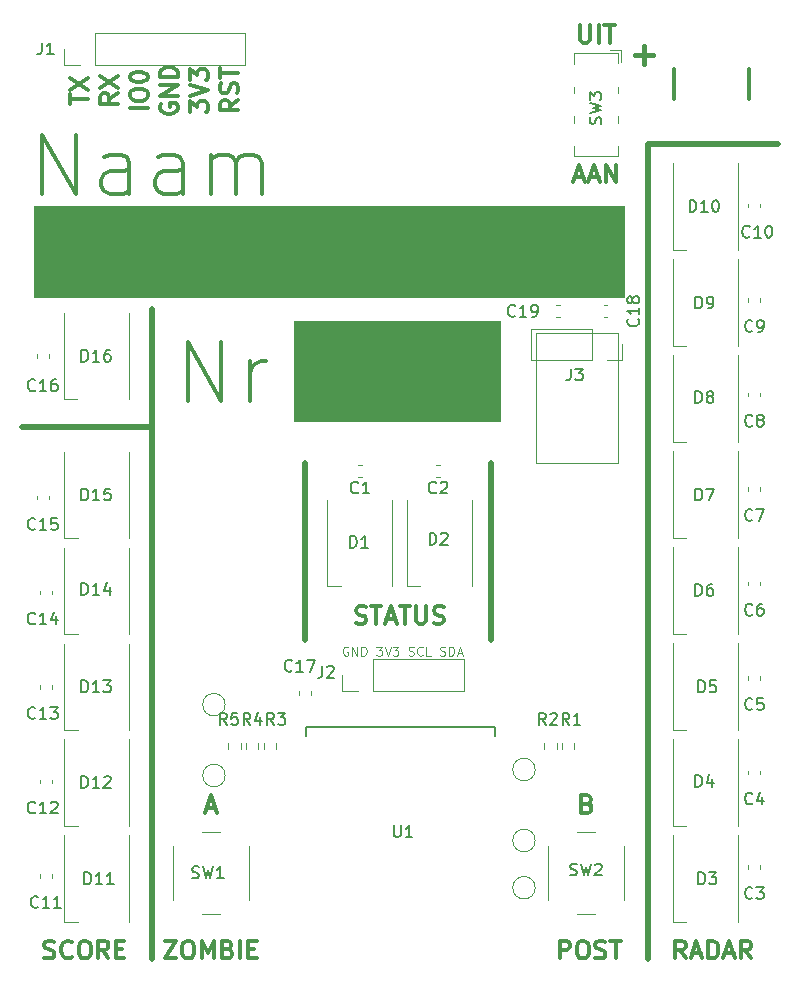
<source format=gbr>
%TF.GenerationSoftware,KiCad,Pcbnew,(5.1.7)-1*%
%TF.CreationDate,2020-10-27T19:53:13+01:00*%
%TF.ProjectId,Spytag,53707974-6167-42e6-9b69-6361645f7063,rev?*%
%TF.SameCoordinates,Original*%
%TF.FileFunction,Legend,Top*%
%TF.FilePolarity,Positive*%
%FSLAX46Y46*%
G04 Gerber Fmt 4.6, Leading zero omitted, Abs format (unit mm)*
G04 Created by KiCad (PCBNEW (5.1.7)-1) date 2020-10-27 19:53:13*
%MOMM*%
%LPD*%
G01*
G04 APERTURE LIST*
%ADD10C,0.120000*%
%ADD11C,0.300000*%
%ADD12C,0.500000*%
%ADD13C,0.100000*%
%ADD14C,0.152400*%
%ADD15C,0.150000*%
%ADD16C,0.400000*%
G04 APERTURE END LIST*
D10*
X140500000Y-105000000D02*
X140500000Y-94000000D01*
X147500000Y-105000000D02*
X140500000Y-105000000D01*
X147500000Y-94000000D02*
X147500000Y-105000000D01*
X140500000Y-94000000D02*
X147500000Y-94000000D01*
D11*
X98714285Y-82261904D02*
X98714285Y-77261904D01*
X101571428Y-82261904D01*
X101571428Y-77261904D01*
X106095238Y-82261904D02*
X106095238Y-79642857D01*
X105857142Y-79166666D01*
X105380952Y-78928571D01*
X104428571Y-78928571D01*
X103952380Y-79166666D01*
X106095238Y-82023809D02*
X105619047Y-82261904D01*
X104428571Y-82261904D01*
X103952380Y-82023809D01*
X103714285Y-81547619D01*
X103714285Y-81071428D01*
X103952380Y-80595238D01*
X104428571Y-80357142D01*
X105619047Y-80357142D01*
X106095238Y-80119047D01*
X110619047Y-82261904D02*
X110619047Y-79642857D01*
X110380952Y-79166666D01*
X109904761Y-78928571D01*
X108952380Y-78928571D01*
X108476190Y-79166666D01*
X110619047Y-82023809D02*
X110142857Y-82261904D01*
X108952380Y-82261904D01*
X108476190Y-82023809D01*
X108238095Y-81547619D01*
X108238095Y-81071428D01*
X108476190Y-80595238D01*
X108952380Y-80357142D01*
X110142857Y-80357142D01*
X110619047Y-80119047D01*
X113000000Y-82261904D02*
X113000000Y-78928571D01*
X113000000Y-79404761D02*
X113238095Y-79166666D01*
X113714285Y-78928571D01*
X114428571Y-78928571D01*
X114904761Y-79166666D01*
X115142857Y-79642857D01*
X115142857Y-82261904D01*
X115142857Y-79642857D02*
X115380952Y-79166666D01*
X115857142Y-78928571D01*
X116571428Y-78928571D01*
X117047619Y-79166666D01*
X117285714Y-79642857D01*
X117285714Y-82261904D01*
X144857142Y-133892857D02*
X145071428Y-133964285D01*
X145142857Y-134035714D01*
X145214285Y-134178571D01*
X145214285Y-134392857D01*
X145142857Y-134535714D01*
X145071428Y-134607142D01*
X144928571Y-134678571D01*
X144357142Y-134678571D01*
X144357142Y-133178571D01*
X144857142Y-133178571D01*
X145000000Y-133250000D01*
X145071428Y-133321428D01*
X145142857Y-133464285D01*
X145142857Y-133607142D01*
X145071428Y-133750000D01*
X145000000Y-133821428D01*
X144857142Y-133892857D01*
X144357142Y-133892857D01*
X112642857Y-134250000D02*
X113357142Y-134250000D01*
X112500000Y-134678571D02*
X113000000Y-133178571D01*
X113500000Y-134678571D01*
X143814285Y-80850000D02*
X144528571Y-80850000D01*
X143671428Y-81278571D02*
X144171428Y-79778571D01*
X144671428Y-81278571D01*
X145100000Y-80850000D02*
X145814285Y-80850000D01*
X144957142Y-81278571D02*
X145457142Y-79778571D01*
X145957142Y-81278571D01*
X146457142Y-81278571D02*
X146457142Y-79778571D01*
X147314285Y-81278571D01*
X147314285Y-79778571D01*
X144242857Y-67978571D02*
X144242857Y-69192857D01*
X144314285Y-69335714D01*
X144385714Y-69407142D01*
X144528571Y-69478571D01*
X144814285Y-69478571D01*
X144957142Y-69407142D01*
X145028571Y-69335714D01*
X145100000Y-69192857D01*
X145100000Y-67978571D01*
X145814285Y-69478571D02*
X145814285Y-67978571D01*
X146314285Y-67978571D02*
X147171428Y-67978571D01*
X146742857Y-69478571D02*
X146742857Y-67978571D01*
D12*
X150000000Y-78000000D02*
X161000000Y-78000000D01*
D13*
X124585714Y-120620000D02*
X124513333Y-120583809D01*
X124404761Y-120583809D01*
X124296190Y-120620000D01*
X124223809Y-120692380D01*
X124187619Y-120764761D01*
X124151428Y-120909523D01*
X124151428Y-121018095D01*
X124187619Y-121162857D01*
X124223809Y-121235238D01*
X124296190Y-121307619D01*
X124404761Y-121343809D01*
X124477142Y-121343809D01*
X124585714Y-121307619D01*
X124621904Y-121271428D01*
X124621904Y-121018095D01*
X124477142Y-121018095D01*
X124947619Y-121343809D02*
X124947619Y-120583809D01*
X125381904Y-121343809D01*
X125381904Y-120583809D01*
X125743809Y-121343809D02*
X125743809Y-120583809D01*
X125924761Y-120583809D01*
X126033333Y-120620000D01*
X126105714Y-120692380D01*
X126141904Y-120764761D01*
X126178095Y-120909523D01*
X126178095Y-121018095D01*
X126141904Y-121162857D01*
X126105714Y-121235238D01*
X126033333Y-121307619D01*
X125924761Y-121343809D01*
X125743809Y-121343809D01*
X127010476Y-120583809D02*
X127480952Y-120583809D01*
X127227619Y-120873333D01*
X127336190Y-120873333D01*
X127408571Y-120909523D01*
X127444761Y-120945714D01*
X127480952Y-121018095D01*
X127480952Y-121199047D01*
X127444761Y-121271428D01*
X127408571Y-121307619D01*
X127336190Y-121343809D01*
X127119047Y-121343809D01*
X127046666Y-121307619D01*
X127010476Y-121271428D01*
X127698095Y-120583809D02*
X127951428Y-121343809D01*
X128204761Y-120583809D01*
X128385714Y-120583809D02*
X128856190Y-120583809D01*
X128602857Y-120873333D01*
X128711428Y-120873333D01*
X128783809Y-120909523D01*
X128820000Y-120945714D01*
X128856190Y-121018095D01*
X128856190Y-121199047D01*
X128820000Y-121271428D01*
X128783809Y-121307619D01*
X128711428Y-121343809D01*
X128494285Y-121343809D01*
X128421904Y-121307619D01*
X128385714Y-121271428D01*
X129724761Y-121307619D02*
X129833333Y-121343809D01*
X130014285Y-121343809D01*
X130086666Y-121307619D01*
X130122857Y-121271428D01*
X130159047Y-121199047D01*
X130159047Y-121126666D01*
X130122857Y-121054285D01*
X130086666Y-121018095D01*
X130014285Y-120981904D01*
X129869523Y-120945714D01*
X129797142Y-120909523D01*
X129760952Y-120873333D01*
X129724761Y-120800952D01*
X129724761Y-120728571D01*
X129760952Y-120656190D01*
X129797142Y-120620000D01*
X129869523Y-120583809D01*
X130050476Y-120583809D01*
X130159047Y-120620000D01*
X130919047Y-121271428D02*
X130882857Y-121307619D01*
X130774285Y-121343809D01*
X130701904Y-121343809D01*
X130593333Y-121307619D01*
X130520952Y-121235238D01*
X130484761Y-121162857D01*
X130448571Y-121018095D01*
X130448571Y-120909523D01*
X130484761Y-120764761D01*
X130520952Y-120692380D01*
X130593333Y-120620000D01*
X130701904Y-120583809D01*
X130774285Y-120583809D01*
X130882857Y-120620000D01*
X130919047Y-120656190D01*
X131606666Y-121343809D02*
X131244761Y-121343809D01*
X131244761Y-120583809D01*
X132402857Y-121307619D02*
X132511428Y-121343809D01*
X132692380Y-121343809D01*
X132764761Y-121307619D01*
X132800952Y-121271428D01*
X132837142Y-121199047D01*
X132837142Y-121126666D01*
X132800952Y-121054285D01*
X132764761Y-121018095D01*
X132692380Y-120981904D01*
X132547619Y-120945714D01*
X132475238Y-120909523D01*
X132439047Y-120873333D01*
X132402857Y-120800952D01*
X132402857Y-120728571D01*
X132439047Y-120656190D01*
X132475238Y-120620000D01*
X132547619Y-120583809D01*
X132728571Y-120583809D01*
X132837142Y-120620000D01*
X133162857Y-121343809D02*
X133162857Y-120583809D01*
X133343809Y-120583809D01*
X133452380Y-120620000D01*
X133524761Y-120692380D01*
X133560952Y-120764761D01*
X133597142Y-120909523D01*
X133597142Y-121018095D01*
X133560952Y-121162857D01*
X133524761Y-121235238D01*
X133452380Y-121307619D01*
X133343809Y-121343809D01*
X133162857Y-121343809D01*
X133886666Y-121126666D02*
X134248571Y-121126666D01*
X133814285Y-121343809D02*
X134067619Y-120583809D01*
X134320952Y-121343809D01*
D11*
X101053571Y-74642857D02*
X101053571Y-73785714D01*
X102553571Y-74214285D02*
X101053571Y-74214285D01*
X101053571Y-73428571D02*
X102553571Y-72428571D01*
X101053571Y-72428571D02*
X102553571Y-73428571D01*
X105103571Y-73750000D02*
X104389285Y-74250000D01*
X105103571Y-74607142D02*
X103603571Y-74607142D01*
X103603571Y-74035714D01*
X103675000Y-73892857D01*
X103746428Y-73821428D01*
X103889285Y-73750000D01*
X104103571Y-73750000D01*
X104246428Y-73821428D01*
X104317857Y-73892857D01*
X104389285Y-74035714D01*
X104389285Y-74607142D01*
X103603571Y-73250000D02*
X105103571Y-72250000D01*
X103603571Y-72250000D02*
X105103571Y-73250000D01*
X107653571Y-75000000D02*
X106153571Y-75000000D01*
X106153571Y-74000000D02*
X106153571Y-73714285D01*
X106225000Y-73571428D01*
X106367857Y-73428571D01*
X106653571Y-73357142D01*
X107153571Y-73357142D01*
X107439285Y-73428571D01*
X107582142Y-73571428D01*
X107653571Y-73714285D01*
X107653571Y-74000000D01*
X107582142Y-74142857D01*
X107439285Y-74285714D01*
X107153571Y-74357142D01*
X106653571Y-74357142D01*
X106367857Y-74285714D01*
X106225000Y-74142857D01*
X106153571Y-74000000D01*
X106153571Y-72428571D02*
X106153571Y-72285714D01*
X106225000Y-72142857D01*
X106296428Y-72071428D01*
X106439285Y-72000000D01*
X106725000Y-71928571D01*
X107082142Y-71928571D01*
X107367857Y-72000000D01*
X107510714Y-72071428D01*
X107582142Y-72142857D01*
X107653571Y-72285714D01*
X107653571Y-72428571D01*
X107582142Y-72571428D01*
X107510714Y-72642857D01*
X107367857Y-72714285D01*
X107082142Y-72785714D01*
X106725000Y-72785714D01*
X106439285Y-72714285D01*
X106296428Y-72642857D01*
X106225000Y-72571428D01*
X106153571Y-72428571D01*
X108775000Y-74642857D02*
X108703571Y-74785714D01*
X108703571Y-75000000D01*
X108775000Y-75214285D01*
X108917857Y-75357142D01*
X109060714Y-75428571D01*
X109346428Y-75500000D01*
X109560714Y-75500000D01*
X109846428Y-75428571D01*
X109989285Y-75357142D01*
X110132142Y-75214285D01*
X110203571Y-75000000D01*
X110203571Y-74857142D01*
X110132142Y-74642857D01*
X110060714Y-74571428D01*
X109560714Y-74571428D01*
X109560714Y-74857142D01*
X110203571Y-73928571D02*
X108703571Y-73928571D01*
X110203571Y-73071428D01*
X108703571Y-73071428D01*
X110203571Y-72357142D02*
X108703571Y-72357142D01*
X108703571Y-72000000D01*
X108775000Y-71785714D01*
X108917857Y-71642857D01*
X109060714Y-71571428D01*
X109346428Y-71500000D01*
X109560714Y-71500000D01*
X109846428Y-71571428D01*
X109989285Y-71642857D01*
X110132142Y-71785714D01*
X110203571Y-72000000D01*
X110203571Y-72357142D01*
X111253571Y-75357142D02*
X111253571Y-74428571D01*
X111825000Y-74928571D01*
X111825000Y-74714285D01*
X111896428Y-74571428D01*
X111967857Y-74500000D01*
X112110714Y-74428571D01*
X112467857Y-74428571D01*
X112610714Y-74500000D01*
X112682142Y-74571428D01*
X112753571Y-74714285D01*
X112753571Y-75142857D01*
X112682142Y-75285714D01*
X112610714Y-75357142D01*
X111253571Y-74000000D02*
X112753571Y-73500000D01*
X111253571Y-73000000D01*
X111253571Y-72642857D02*
X111253571Y-71714285D01*
X111825000Y-72214285D01*
X111825000Y-72000000D01*
X111896428Y-71857142D01*
X111967857Y-71785714D01*
X112110714Y-71714285D01*
X112467857Y-71714285D01*
X112610714Y-71785714D01*
X112682142Y-71857142D01*
X112753571Y-72000000D01*
X112753571Y-72428571D01*
X112682142Y-72571428D01*
X112610714Y-72642857D01*
X115303571Y-74321428D02*
X114589285Y-74821428D01*
X115303571Y-75178571D02*
X113803571Y-75178571D01*
X113803571Y-74607142D01*
X113875000Y-74464285D01*
X113946428Y-74392857D01*
X114089285Y-74321428D01*
X114303571Y-74321428D01*
X114446428Y-74392857D01*
X114517857Y-74464285D01*
X114589285Y-74607142D01*
X114589285Y-75178571D01*
X115232142Y-73750000D02*
X115303571Y-73535714D01*
X115303571Y-73178571D01*
X115232142Y-73035714D01*
X115160714Y-72964285D01*
X115017857Y-72892857D01*
X114875000Y-72892857D01*
X114732142Y-72964285D01*
X114660714Y-73035714D01*
X114589285Y-73178571D01*
X114517857Y-73464285D01*
X114446428Y-73607142D01*
X114375000Y-73678571D01*
X114232142Y-73750000D01*
X114089285Y-73750000D01*
X113946428Y-73678571D01*
X113875000Y-73607142D01*
X113803571Y-73464285D01*
X113803571Y-73107142D01*
X113875000Y-72892857D01*
X113803571Y-72464285D02*
X113803571Y-71607142D01*
X115303571Y-72035714D02*
X113803571Y-72035714D01*
D12*
X108000000Y-102000000D02*
X97000000Y-102000000D01*
D13*
G36*
X137500000Y-101500000D02*
G01*
X120000000Y-101500000D01*
X120000000Y-93000000D01*
X137500000Y-93000000D01*
X137500000Y-101500000D01*
G37*
X137500000Y-101500000D02*
X120000000Y-101500000D01*
X120000000Y-93000000D01*
X137500000Y-93000000D01*
X137500000Y-101500000D01*
D11*
X111023809Y-99761904D02*
X111023809Y-94761904D01*
X113880952Y-99761904D01*
X113880952Y-94761904D01*
X116261904Y-99761904D02*
X116261904Y-96428571D01*
X116261904Y-97380952D02*
X116500000Y-96904761D01*
X116738095Y-96666666D01*
X117214285Y-96428571D01*
X117690476Y-96428571D01*
D13*
G36*
X148000000Y-91000000D02*
G01*
X98000000Y-91000000D01*
X98000000Y-83250000D01*
X148000000Y-83250000D01*
X148000000Y-91000000D01*
G37*
X148000000Y-91000000D02*
X98000000Y-91000000D01*
X98000000Y-83250000D01*
X148000000Y-83250000D01*
X148000000Y-91000000D01*
D11*
X125285714Y-118607142D02*
X125500000Y-118678571D01*
X125857142Y-118678571D01*
X126000000Y-118607142D01*
X126071428Y-118535714D01*
X126142857Y-118392857D01*
X126142857Y-118250000D01*
X126071428Y-118107142D01*
X126000000Y-118035714D01*
X125857142Y-117964285D01*
X125571428Y-117892857D01*
X125428571Y-117821428D01*
X125357142Y-117750000D01*
X125285714Y-117607142D01*
X125285714Y-117464285D01*
X125357142Y-117321428D01*
X125428571Y-117250000D01*
X125571428Y-117178571D01*
X125928571Y-117178571D01*
X126142857Y-117250000D01*
X126571428Y-117178571D02*
X127428571Y-117178571D01*
X127000000Y-118678571D02*
X127000000Y-117178571D01*
X127857142Y-118250000D02*
X128571428Y-118250000D01*
X127714285Y-118678571D02*
X128214285Y-117178571D01*
X128714285Y-118678571D01*
X129000000Y-117178571D02*
X129857142Y-117178571D01*
X129428571Y-118678571D02*
X129428571Y-117178571D01*
X130357142Y-117178571D02*
X130357142Y-118392857D01*
X130428571Y-118535714D01*
X130500000Y-118607142D01*
X130642857Y-118678571D01*
X130928571Y-118678571D01*
X131071428Y-118607142D01*
X131142857Y-118535714D01*
X131214285Y-118392857D01*
X131214285Y-117178571D01*
X131857142Y-118607142D02*
X132071428Y-118678571D01*
X132428571Y-118678571D01*
X132571428Y-118607142D01*
X132642857Y-118535714D01*
X132714285Y-118392857D01*
X132714285Y-118250000D01*
X132642857Y-118107142D01*
X132571428Y-118035714D01*
X132428571Y-117964285D01*
X132142857Y-117892857D01*
X132000000Y-117821428D01*
X131928571Y-117750000D01*
X131857142Y-117607142D01*
X131857142Y-117464285D01*
X131928571Y-117321428D01*
X132000000Y-117250000D01*
X132142857Y-117178571D01*
X132500000Y-117178571D01*
X132714285Y-117250000D01*
D12*
X136750000Y-120000000D02*
X136750000Y-105000000D01*
X121000000Y-120000000D02*
X121000000Y-105000000D01*
D11*
X153178571Y-146990571D02*
X152678571Y-146276285D01*
X152321428Y-146990571D02*
X152321428Y-145490571D01*
X152892857Y-145490571D01*
X153035714Y-145562000D01*
X153107142Y-145633428D01*
X153178571Y-145776285D01*
X153178571Y-145990571D01*
X153107142Y-146133428D01*
X153035714Y-146204857D01*
X152892857Y-146276285D01*
X152321428Y-146276285D01*
X153750000Y-146562000D02*
X154464285Y-146562000D01*
X153607142Y-146990571D02*
X154107142Y-145490571D01*
X154607142Y-146990571D01*
X155107142Y-146990571D02*
X155107142Y-145490571D01*
X155464285Y-145490571D01*
X155678571Y-145562000D01*
X155821428Y-145704857D01*
X155892857Y-145847714D01*
X155964285Y-146133428D01*
X155964285Y-146347714D01*
X155892857Y-146633428D01*
X155821428Y-146776285D01*
X155678571Y-146919142D01*
X155464285Y-146990571D01*
X155107142Y-146990571D01*
X156535714Y-146562000D02*
X157250000Y-146562000D01*
X156392857Y-146990571D02*
X156892857Y-145490571D01*
X157392857Y-146990571D01*
X158750000Y-146990571D02*
X158250000Y-146276285D01*
X157892857Y-146990571D02*
X157892857Y-145490571D01*
X158464285Y-145490571D01*
X158607142Y-145562000D01*
X158678571Y-145633428D01*
X158750000Y-145776285D01*
X158750000Y-145990571D01*
X158678571Y-146133428D01*
X158607142Y-146204857D01*
X158464285Y-146276285D01*
X157892857Y-146276285D01*
X98887142Y-146919142D02*
X99101428Y-146990571D01*
X99458571Y-146990571D01*
X99601428Y-146919142D01*
X99672857Y-146847714D01*
X99744285Y-146704857D01*
X99744285Y-146562000D01*
X99672857Y-146419142D01*
X99601428Y-146347714D01*
X99458571Y-146276285D01*
X99172857Y-146204857D01*
X99030000Y-146133428D01*
X98958571Y-146062000D01*
X98887142Y-145919142D01*
X98887142Y-145776285D01*
X98958571Y-145633428D01*
X99030000Y-145562000D01*
X99172857Y-145490571D01*
X99530000Y-145490571D01*
X99744285Y-145562000D01*
X101244285Y-146847714D02*
X101172857Y-146919142D01*
X100958571Y-146990571D01*
X100815714Y-146990571D01*
X100601428Y-146919142D01*
X100458571Y-146776285D01*
X100387142Y-146633428D01*
X100315714Y-146347714D01*
X100315714Y-146133428D01*
X100387142Y-145847714D01*
X100458571Y-145704857D01*
X100601428Y-145562000D01*
X100815714Y-145490571D01*
X100958571Y-145490571D01*
X101172857Y-145562000D01*
X101244285Y-145633428D01*
X102172857Y-145490571D02*
X102458571Y-145490571D01*
X102601428Y-145562000D01*
X102744285Y-145704857D01*
X102815714Y-145990571D01*
X102815714Y-146490571D01*
X102744285Y-146776285D01*
X102601428Y-146919142D01*
X102458571Y-146990571D01*
X102172857Y-146990571D01*
X102030000Y-146919142D01*
X101887142Y-146776285D01*
X101815714Y-146490571D01*
X101815714Y-145990571D01*
X101887142Y-145704857D01*
X102030000Y-145562000D01*
X102172857Y-145490571D01*
X104315714Y-146990571D02*
X103815714Y-146276285D01*
X103458571Y-146990571D02*
X103458571Y-145490571D01*
X104030000Y-145490571D01*
X104172857Y-145562000D01*
X104244285Y-145633428D01*
X104315714Y-145776285D01*
X104315714Y-145990571D01*
X104244285Y-146133428D01*
X104172857Y-146204857D01*
X104030000Y-146276285D01*
X103458571Y-146276285D01*
X104958571Y-146204857D02*
X105458571Y-146204857D01*
X105672857Y-146990571D02*
X104958571Y-146990571D01*
X104958571Y-145490571D01*
X105672857Y-145490571D01*
D12*
X150000000Y-78000000D02*
X150000000Y-147000000D01*
X108000000Y-147000000D02*
X108000000Y-92000000D01*
D11*
X142535714Y-146990571D02*
X142535714Y-145490571D01*
X143107142Y-145490571D01*
X143250000Y-145562000D01*
X143321428Y-145633428D01*
X143392857Y-145776285D01*
X143392857Y-145990571D01*
X143321428Y-146133428D01*
X143250000Y-146204857D01*
X143107142Y-146276285D01*
X142535714Y-146276285D01*
X144321428Y-145490571D02*
X144607142Y-145490571D01*
X144750000Y-145562000D01*
X144892857Y-145704857D01*
X144964285Y-145990571D01*
X144964285Y-146490571D01*
X144892857Y-146776285D01*
X144750000Y-146919142D01*
X144607142Y-146990571D01*
X144321428Y-146990571D01*
X144178571Y-146919142D01*
X144035714Y-146776285D01*
X143964285Y-146490571D01*
X143964285Y-145990571D01*
X144035714Y-145704857D01*
X144178571Y-145562000D01*
X144321428Y-145490571D01*
X145535714Y-146919142D02*
X145750000Y-146990571D01*
X146107142Y-146990571D01*
X146250000Y-146919142D01*
X146321428Y-146847714D01*
X146392857Y-146704857D01*
X146392857Y-146562000D01*
X146321428Y-146419142D01*
X146250000Y-146347714D01*
X146107142Y-146276285D01*
X145821428Y-146204857D01*
X145678571Y-146133428D01*
X145607142Y-146062000D01*
X145535714Y-145919142D01*
X145535714Y-145776285D01*
X145607142Y-145633428D01*
X145678571Y-145562000D01*
X145821428Y-145490571D01*
X146178571Y-145490571D01*
X146392857Y-145562000D01*
X146821428Y-145490571D02*
X147678571Y-145490571D01*
X147250000Y-146990571D02*
X147250000Y-145490571D01*
X109071428Y-145490571D02*
X110071428Y-145490571D01*
X109071428Y-146990571D01*
X110071428Y-146990571D01*
X110928571Y-145490571D02*
X111214285Y-145490571D01*
X111357142Y-145562000D01*
X111500000Y-145704857D01*
X111571428Y-145990571D01*
X111571428Y-146490571D01*
X111500000Y-146776285D01*
X111357142Y-146919142D01*
X111214285Y-146990571D01*
X110928571Y-146990571D01*
X110785714Y-146919142D01*
X110642857Y-146776285D01*
X110571428Y-146490571D01*
X110571428Y-145990571D01*
X110642857Y-145704857D01*
X110785714Y-145562000D01*
X110928571Y-145490571D01*
X112214285Y-146990571D02*
X112214285Y-145490571D01*
X112714285Y-146562000D01*
X113214285Y-145490571D01*
X113214285Y-146990571D01*
X114428571Y-146204857D02*
X114642857Y-146276285D01*
X114714285Y-146347714D01*
X114785714Y-146490571D01*
X114785714Y-146704857D01*
X114714285Y-146847714D01*
X114642857Y-146919142D01*
X114500000Y-146990571D01*
X113928571Y-146990571D01*
X113928571Y-145490571D01*
X114428571Y-145490571D01*
X114571428Y-145562000D01*
X114642857Y-145633428D01*
X114714285Y-145776285D01*
X114714285Y-145919142D01*
X114642857Y-146062000D01*
X114571428Y-146133428D01*
X114428571Y-146204857D01*
X113928571Y-146204857D01*
X115428571Y-146990571D02*
X115428571Y-145490571D01*
X116142857Y-146204857D02*
X116642857Y-146204857D01*
X116857142Y-146990571D02*
X116142857Y-146990571D01*
X116142857Y-145490571D01*
X116857142Y-145490571D01*
D14*
%TO.C,U1*%
X137016000Y-128141000D02*
X137016000Y-127379000D01*
X137016000Y-127379000D02*
X121014000Y-127379000D01*
X121014000Y-127379000D02*
X121014000Y-128141000D01*
D10*
%TO.C,TP1*%
X140450000Y-131000000D02*
G75*
G03*
X140450000Y-131000000I-950000J0D01*
G01*
%TO.C,TP2*%
X140450000Y-137000000D02*
G75*
G03*
X140450000Y-137000000I-950000J0D01*
G01*
%TO.C,TP3*%
X140450000Y-141000000D02*
G75*
G03*
X140450000Y-141000000I-950000J0D01*
G01*
D11*
%TO.C,BT1*%
X152190000Y-71650000D02*
X152190000Y-74190000D01*
X158540000Y-71650000D02*
X158540000Y-74190000D01*
D10*
%TO.C,C1*%
X125764580Y-106246000D02*
X125483420Y-106246000D01*
X125764580Y-105226000D02*
X125483420Y-105226000D01*
%TO.C,C2*%
X132368580Y-105226000D02*
X132087420Y-105226000D01*
X132368580Y-106246000D02*
X132087420Y-106246000D01*
%TO.C,C3*%
X159510000Y-139109420D02*
X159510000Y-139390580D01*
X158490000Y-139109420D02*
X158490000Y-139390580D01*
%TO.C,C4*%
X158490000Y-131109420D02*
X158490000Y-131390580D01*
X159510000Y-131109420D02*
X159510000Y-131390580D01*
%TO.C,C5*%
X158490000Y-123109420D02*
X158490000Y-123390580D01*
X159510000Y-123109420D02*
X159510000Y-123390580D01*
%TO.C,C6*%
X159510000Y-115109420D02*
X159510000Y-115390580D01*
X158490000Y-115109420D02*
X158490000Y-115390580D01*
%TO.C,C7*%
X158490000Y-107109420D02*
X158490000Y-107390580D01*
X159510000Y-107109420D02*
X159510000Y-107390580D01*
%TO.C,C8*%
X158490000Y-99109420D02*
X158490000Y-99390580D01*
X159510000Y-99109420D02*
X159510000Y-99390580D01*
%TO.C,C9*%
X159510000Y-91109420D02*
X159510000Y-91390580D01*
X158490000Y-91109420D02*
X158490000Y-91390580D01*
%TO.C,C10*%
X158490000Y-83109420D02*
X158490000Y-83390580D01*
X159510000Y-83109420D02*
X159510000Y-83390580D01*
%TO.C,C11*%
X99510000Y-139859420D02*
X99510000Y-140140580D01*
X98490000Y-139859420D02*
X98490000Y-140140580D01*
%TO.C,C12*%
X99510000Y-131859420D02*
X99510000Y-132140580D01*
X98490000Y-131859420D02*
X98490000Y-132140580D01*
%TO.C,C13*%
X99510000Y-123859420D02*
X99510000Y-124140580D01*
X98490000Y-123859420D02*
X98490000Y-124140580D01*
%TO.C,C14*%
X98490000Y-115859420D02*
X98490000Y-116140580D01*
X99510000Y-115859420D02*
X99510000Y-116140580D01*
%TO.C,C15*%
X99260000Y-107834420D02*
X99260000Y-108115580D01*
X98240000Y-107834420D02*
X98240000Y-108115580D01*
%TO.C,C16*%
X98240000Y-95834420D02*
X98240000Y-96115580D01*
X99260000Y-95834420D02*
X99260000Y-96115580D01*
%TO.C,C17*%
X120490000Y-124359420D02*
X120490000Y-124640580D01*
X121510000Y-124359420D02*
X121510000Y-124640580D01*
%TO.C,C18*%
X146540580Y-92710000D02*
X146259420Y-92710000D01*
X146540580Y-91690000D02*
X146259420Y-91690000D01*
%TO.C,C19*%
X142234420Y-91690000D02*
X142515580Y-91690000D01*
X142234420Y-92710000D02*
X142515580Y-92710000D01*
%TO.C,D1*%
X122822000Y-115442000D02*
X123972000Y-115442000D01*
X122822000Y-108142000D02*
X122822000Y-115442000D01*
X128322000Y-108142000D02*
X128322000Y-115442000D01*
%TO.C,D2*%
X135078000Y-108142000D02*
X135078000Y-115442000D01*
X129578000Y-108142000D02*
X129578000Y-115442000D01*
X129578000Y-115442000D02*
X130728000Y-115442000D01*
%TO.C,D3*%
X152084000Y-143866000D02*
X153234000Y-143866000D01*
X152084000Y-136566000D02*
X152084000Y-143866000D01*
X157584000Y-136566000D02*
X157584000Y-143866000D01*
%TO.C,D4*%
X157584000Y-128438000D02*
X157584000Y-135738000D01*
X152084000Y-128438000D02*
X152084000Y-135738000D01*
X152084000Y-135738000D02*
X153234000Y-135738000D01*
%TO.C,D5*%
X157584000Y-120310000D02*
X157584000Y-127610000D01*
X152084000Y-120310000D02*
X152084000Y-127610000D01*
X152084000Y-127610000D02*
X153234000Y-127610000D01*
%TO.C,D6*%
X152084000Y-119482000D02*
X153234000Y-119482000D01*
X152084000Y-112182000D02*
X152084000Y-119482000D01*
X157584000Y-112182000D02*
X157584000Y-119482000D01*
%TO.C,D7*%
X157584000Y-104054000D02*
X157584000Y-111354000D01*
X152084000Y-104054000D02*
X152084000Y-111354000D01*
X152084000Y-111354000D02*
X153234000Y-111354000D01*
%TO.C,D8*%
X152084000Y-103226000D02*
X153234000Y-103226000D01*
X152084000Y-95926000D02*
X152084000Y-103226000D01*
X157584000Y-95926000D02*
X157584000Y-103226000D01*
%TO.C,D9*%
X157584000Y-87798000D02*
X157584000Y-95098000D01*
X152084000Y-87798000D02*
X152084000Y-95098000D01*
X152084000Y-95098000D02*
X153234000Y-95098000D01*
%TO.C,D10*%
X152084000Y-86970000D02*
X153234000Y-86970000D01*
X152084000Y-79670000D02*
X152084000Y-86970000D01*
X157584000Y-79670000D02*
X157584000Y-86970000D01*
%TO.C,D11*%
X106062000Y-136566000D02*
X106062000Y-143866000D01*
X100562000Y-136566000D02*
X100562000Y-143866000D01*
X100562000Y-143866000D02*
X101712000Y-143866000D01*
%TO.C,D12*%
X100562000Y-135748000D02*
X101712000Y-135748000D01*
X100562000Y-128448000D02*
X100562000Y-135748000D01*
X106062000Y-128448000D02*
X106062000Y-135748000D01*
%TO.C,D13*%
X106062000Y-120330000D02*
X106062000Y-127630000D01*
X100562000Y-120330000D02*
X100562000Y-127630000D01*
X100562000Y-127630000D02*
X101712000Y-127630000D01*
%TO.C,D14*%
X100562000Y-119512000D02*
X101712000Y-119512000D01*
X100562000Y-112212000D02*
X100562000Y-119512000D01*
X106062000Y-112212000D02*
X106062000Y-119512000D01*
%TO.C,D15*%
X106062000Y-104094000D02*
X106062000Y-111394000D01*
X100562000Y-104094000D02*
X100562000Y-111394000D01*
X100562000Y-111394000D02*
X101712000Y-111394000D01*
%TO.C,D16*%
X100546000Y-99650000D02*
X101696000Y-99650000D01*
X100546000Y-92350000D02*
X100546000Y-99650000D01*
X106046000Y-92350000D02*
X106046000Y-99650000D01*
%TO.C,R1*%
X143772500Y-128762742D02*
X143772500Y-129237258D01*
X142727500Y-128762742D02*
X142727500Y-129237258D01*
%TO.C,R2*%
X142272500Y-128762742D02*
X142272500Y-129237258D01*
X141227500Y-128762742D02*
X141227500Y-129237258D01*
%TO.C,R3*%
X117477500Y-128762742D02*
X117477500Y-129237258D01*
X118522500Y-128762742D02*
X118522500Y-129237258D01*
%TO.C,R4*%
X117022500Y-128762742D02*
X117022500Y-129237258D01*
X115977500Y-128762742D02*
X115977500Y-129237258D01*
%TO.C,R5*%
X114477500Y-128762742D02*
X114477500Y-129237258D01*
X115522500Y-128762742D02*
X115522500Y-129237258D01*
%TO.C,SW3*%
X147450000Y-70350000D02*
X147450000Y-71200000D01*
X147450000Y-73200000D02*
X147450000Y-73730000D01*
X147450000Y-75670000D02*
X147450000Y-76230000D01*
X147450000Y-78170000D02*
X147450000Y-79050000D01*
X147450000Y-79050000D02*
X143750000Y-79050000D01*
X143750000Y-79050000D02*
X143750000Y-78180000D01*
X143750000Y-76220000D02*
X143750000Y-75670000D01*
X143750000Y-73730000D02*
X143750000Y-73170000D01*
X143750000Y-71230000D02*
X143750000Y-70350000D01*
X143750000Y-70350000D02*
X147450000Y-70350000D01*
X146750000Y-70050000D02*
X147750000Y-70050000D01*
X147750000Y-70050000D02*
X147750000Y-71050000D01*
%TO.C,J1*%
X115910000Y-71330000D02*
X115910000Y-68670000D01*
X103150000Y-71330000D02*
X115910000Y-71330000D01*
X103150000Y-68670000D02*
X115910000Y-68670000D01*
X103150000Y-71330000D02*
X103150000Y-68670000D01*
X101880000Y-71330000D02*
X100550000Y-71330000D01*
X100550000Y-71330000D02*
X100550000Y-70000000D01*
%TO.C,J2*%
X134410000Y-124330000D02*
X134410000Y-121670000D01*
X126730000Y-124330000D02*
X134410000Y-124330000D01*
X126730000Y-121670000D02*
X134410000Y-121670000D01*
X126730000Y-124330000D02*
X126730000Y-121670000D01*
X125460000Y-124330000D02*
X124130000Y-124330000D01*
X124130000Y-124330000D02*
X124130000Y-123000000D01*
%TO.C,SW1*%
X109750000Y-137500000D02*
X109750000Y-142000000D01*
X113750000Y-136250000D02*
X112250000Y-136250000D01*
X116250000Y-142000000D02*
X116250000Y-137500000D01*
X112250000Y-143250000D02*
X113750000Y-143250000D01*
%TO.C,SW2*%
X145500000Y-136250000D02*
X144000000Y-136250000D01*
X141500000Y-137500000D02*
X141500000Y-142000000D01*
X144000000Y-143250000D02*
X145500000Y-143250000D01*
X148000000Y-142000000D02*
X148000000Y-137500000D01*
%TO.C,TP4*%
X114200000Y-125500000D02*
G75*
G03*
X114200000Y-125500000I-950000J0D01*
G01*
%TO.C,TP5*%
X114200000Y-131500000D02*
G75*
G03*
X114200000Y-131500000I-950000J0D01*
G01*
%TO.C,J3*%
X147830000Y-95000000D02*
X147830000Y-96330000D01*
X147830000Y-96330000D02*
X146500000Y-96330000D01*
X145230000Y-96330000D02*
X140090000Y-96330000D01*
X140090000Y-93670000D02*
X140090000Y-96330000D01*
X145230000Y-93670000D02*
X140090000Y-93670000D01*
X145230000Y-93670000D02*
X145230000Y-96330000D01*
%TO.C,U1*%
D15*
X128488095Y-135702380D02*
X128488095Y-136511904D01*
X128535714Y-136607142D01*
X128583333Y-136654761D01*
X128678571Y-136702380D01*
X128869047Y-136702380D01*
X128964285Y-136654761D01*
X129011904Y-136607142D01*
X129059523Y-136511904D01*
X129059523Y-135702380D01*
X130059523Y-136702380D02*
X129488095Y-136702380D01*
X129773809Y-136702380D02*
X129773809Y-135702380D01*
X129678571Y-135845238D01*
X129583333Y-135940476D01*
X129488095Y-135988095D01*
%TO.C,BT1*%
D16*
X148888095Y-70522857D02*
X150411904Y-70522857D01*
X149650000Y-71284761D02*
X149650000Y-69760952D01*
%TO.C,C1*%
D15*
X125457333Y-107523142D02*
X125409714Y-107570761D01*
X125266857Y-107618380D01*
X125171619Y-107618380D01*
X125028761Y-107570761D01*
X124933523Y-107475523D01*
X124885904Y-107380285D01*
X124838285Y-107189809D01*
X124838285Y-107046952D01*
X124885904Y-106856476D01*
X124933523Y-106761238D01*
X125028761Y-106666000D01*
X125171619Y-106618380D01*
X125266857Y-106618380D01*
X125409714Y-106666000D01*
X125457333Y-106713619D01*
X126409714Y-107618380D02*
X125838285Y-107618380D01*
X126124000Y-107618380D02*
X126124000Y-106618380D01*
X126028761Y-106761238D01*
X125933523Y-106856476D01*
X125838285Y-106904095D01*
%TO.C,C2*%
X132061333Y-107523142D02*
X132013714Y-107570761D01*
X131870857Y-107618380D01*
X131775619Y-107618380D01*
X131632761Y-107570761D01*
X131537523Y-107475523D01*
X131489904Y-107380285D01*
X131442285Y-107189809D01*
X131442285Y-107046952D01*
X131489904Y-106856476D01*
X131537523Y-106761238D01*
X131632761Y-106666000D01*
X131775619Y-106618380D01*
X131870857Y-106618380D01*
X132013714Y-106666000D01*
X132061333Y-106713619D01*
X132442285Y-106713619D02*
X132489904Y-106666000D01*
X132585142Y-106618380D01*
X132823238Y-106618380D01*
X132918476Y-106666000D01*
X132966095Y-106713619D01*
X133013714Y-106808857D01*
X133013714Y-106904095D01*
X132966095Y-107046952D01*
X132394666Y-107618380D01*
X133013714Y-107618380D01*
%TO.C,C3*%
X158833333Y-141857142D02*
X158785714Y-141904761D01*
X158642857Y-141952380D01*
X158547619Y-141952380D01*
X158404761Y-141904761D01*
X158309523Y-141809523D01*
X158261904Y-141714285D01*
X158214285Y-141523809D01*
X158214285Y-141380952D01*
X158261904Y-141190476D01*
X158309523Y-141095238D01*
X158404761Y-141000000D01*
X158547619Y-140952380D01*
X158642857Y-140952380D01*
X158785714Y-141000000D01*
X158833333Y-141047619D01*
X159166666Y-140952380D02*
X159785714Y-140952380D01*
X159452380Y-141333333D01*
X159595238Y-141333333D01*
X159690476Y-141380952D01*
X159738095Y-141428571D01*
X159785714Y-141523809D01*
X159785714Y-141761904D01*
X159738095Y-141857142D01*
X159690476Y-141904761D01*
X159595238Y-141952380D01*
X159309523Y-141952380D01*
X159214285Y-141904761D01*
X159166666Y-141857142D01*
%TO.C,C4*%
X158833333Y-133857142D02*
X158785714Y-133904761D01*
X158642857Y-133952380D01*
X158547619Y-133952380D01*
X158404761Y-133904761D01*
X158309523Y-133809523D01*
X158261904Y-133714285D01*
X158214285Y-133523809D01*
X158214285Y-133380952D01*
X158261904Y-133190476D01*
X158309523Y-133095238D01*
X158404761Y-133000000D01*
X158547619Y-132952380D01*
X158642857Y-132952380D01*
X158785714Y-133000000D01*
X158833333Y-133047619D01*
X159690476Y-133285714D02*
X159690476Y-133952380D01*
X159452380Y-132904761D02*
X159214285Y-133619047D01*
X159833333Y-133619047D01*
%TO.C,C5*%
X158833333Y-125857142D02*
X158785714Y-125904761D01*
X158642857Y-125952380D01*
X158547619Y-125952380D01*
X158404761Y-125904761D01*
X158309523Y-125809523D01*
X158261904Y-125714285D01*
X158214285Y-125523809D01*
X158214285Y-125380952D01*
X158261904Y-125190476D01*
X158309523Y-125095238D01*
X158404761Y-125000000D01*
X158547619Y-124952380D01*
X158642857Y-124952380D01*
X158785714Y-125000000D01*
X158833333Y-125047619D01*
X159738095Y-124952380D02*
X159261904Y-124952380D01*
X159214285Y-125428571D01*
X159261904Y-125380952D01*
X159357142Y-125333333D01*
X159595238Y-125333333D01*
X159690476Y-125380952D01*
X159738095Y-125428571D01*
X159785714Y-125523809D01*
X159785714Y-125761904D01*
X159738095Y-125857142D01*
X159690476Y-125904761D01*
X159595238Y-125952380D01*
X159357142Y-125952380D01*
X159261904Y-125904761D01*
X159214285Y-125857142D01*
%TO.C,C6*%
X158833333Y-117857142D02*
X158785714Y-117904761D01*
X158642857Y-117952380D01*
X158547619Y-117952380D01*
X158404761Y-117904761D01*
X158309523Y-117809523D01*
X158261904Y-117714285D01*
X158214285Y-117523809D01*
X158214285Y-117380952D01*
X158261904Y-117190476D01*
X158309523Y-117095238D01*
X158404761Y-117000000D01*
X158547619Y-116952380D01*
X158642857Y-116952380D01*
X158785714Y-117000000D01*
X158833333Y-117047619D01*
X159690476Y-116952380D02*
X159500000Y-116952380D01*
X159404761Y-117000000D01*
X159357142Y-117047619D01*
X159261904Y-117190476D01*
X159214285Y-117380952D01*
X159214285Y-117761904D01*
X159261904Y-117857142D01*
X159309523Y-117904761D01*
X159404761Y-117952380D01*
X159595238Y-117952380D01*
X159690476Y-117904761D01*
X159738095Y-117857142D01*
X159785714Y-117761904D01*
X159785714Y-117523809D01*
X159738095Y-117428571D01*
X159690476Y-117380952D01*
X159595238Y-117333333D01*
X159404761Y-117333333D01*
X159309523Y-117380952D01*
X159261904Y-117428571D01*
X159214285Y-117523809D01*
%TO.C,C7*%
X158833333Y-109857142D02*
X158785714Y-109904761D01*
X158642857Y-109952380D01*
X158547619Y-109952380D01*
X158404761Y-109904761D01*
X158309523Y-109809523D01*
X158261904Y-109714285D01*
X158214285Y-109523809D01*
X158214285Y-109380952D01*
X158261904Y-109190476D01*
X158309523Y-109095238D01*
X158404761Y-109000000D01*
X158547619Y-108952380D01*
X158642857Y-108952380D01*
X158785714Y-109000000D01*
X158833333Y-109047619D01*
X159166666Y-108952380D02*
X159833333Y-108952380D01*
X159404761Y-109952380D01*
%TO.C,C8*%
X158833333Y-101857142D02*
X158785714Y-101904761D01*
X158642857Y-101952380D01*
X158547619Y-101952380D01*
X158404761Y-101904761D01*
X158309523Y-101809523D01*
X158261904Y-101714285D01*
X158214285Y-101523809D01*
X158214285Y-101380952D01*
X158261904Y-101190476D01*
X158309523Y-101095238D01*
X158404761Y-101000000D01*
X158547619Y-100952380D01*
X158642857Y-100952380D01*
X158785714Y-101000000D01*
X158833333Y-101047619D01*
X159404761Y-101380952D02*
X159309523Y-101333333D01*
X159261904Y-101285714D01*
X159214285Y-101190476D01*
X159214285Y-101142857D01*
X159261904Y-101047619D01*
X159309523Y-101000000D01*
X159404761Y-100952380D01*
X159595238Y-100952380D01*
X159690476Y-101000000D01*
X159738095Y-101047619D01*
X159785714Y-101142857D01*
X159785714Y-101190476D01*
X159738095Y-101285714D01*
X159690476Y-101333333D01*
X159595238Y-101380952D01*
X159404761Y-101380952D01*
X159309523Y-101428571D01*
X159261904Y-101476190D01*
X159214285Y-101571428D01*
X159214285Y-101761904D01*
X159261904Y-101857142D01*
X159309523Y-101904761D01*
X159404761Y-101952380D01*
X159595238Y-101952380D01*
X159690476Y-101904761D01*
X159738095Y-101857142D01*
X159785714Y-101761904D01*
X159785714Y-101571428D01*
X159738095Y-101476190D01*
X159690476Y-101428571D01*
X159595238Y-101380952D01*
%TO.C,C9*%
X158833333Y-93857142D02*
X158785714Y-93904761D01*
X158642857Y-93952380D01*
X158547619Y-93952380D01*
X158404761Y-93904761D01*
X158309523Y-93809523D01*
X158261904Y-93714285D01*
X158214285Y-93523809D01*
X158214285Y-93380952D01*
X158261904Y-93190476D01*
X158309523Y-93095238D01*
X158404761Y-93000000D01*
X158547619Y-92952380D01*
X158642857Y-92952380D01*
X158785714Y-93000000D01*
X158833333Y-93047619D01*
X159309523Y-93952380D02*
X159500000Y-93952380D01*
X159595238Y-93904761D01*
X159642857Y-93857142D01*
X159738095Y-93714285D01*
X159785714Y-93523809D01*
X159785714Y-93142857D01*
X159738095Y-93047619D01*
X159690476Y-93000000D01*
X159595238Y-92952380D01*
X159404761Y-92952380D01*
X159309523Y-93000000D01*
X159261904Y-93047619D01*
X159214285Y-93142857D01*
X159214285Y-93380952D01*
X159261904Y-93476190D01*
X159309523Y-93523809D01*
X159404761Y-93571428D01*
X159595238Y-93571428D01*
X159690476Y-93523809D01*
X159738095Y-93476190D01*
X159785714Y-93380952D01*
%TO.C,C10*%
X158607142Y-85857142D02*
X158559523Y-85904761D01*
X158416666Y-85952380D01*
X158321428Y-85952380D01*
X158178571Y-85904761D01*
X158083333Y-85809523D01*
X158035714Y-85714285D01*
X157988095Y-85523809D01*
X157988095Y-85380952D01*
X158035714Y-85190476D01*
X158083333Y-85095238D01*
X158178571Y-85000000D01*
X158321428Y-84952380D01*
X158416666Y-84952380D01*
X158559523Y-85000000D01*
X158607142Y-85047619D01*
X159559523Y-85952380D02*
X158988095Y-85952380D01*
X159273809Y-85952380D02*
X159273809Y-84952380D01*
X159178571Y-85095238D01*
X159083333Y-85190476D01*
X158988095Y-85238095D01*
X160178571Y-84952380D02*
X160273809Y-84952380D01*
X160369047Y-85000000D01*
X160416666Y-85047619D01*
X160464285Y-85142857D01*
X160511904Y-85333333D01*
X160511904Y-85571428D01*
X160464285Y-85761904D01*
X160416666Y-85857142D01*
X160369047Y-85904761D01*
X160273809Y-85952380D01*
X160178571Y-85952380D01*
X160083333Y-85904761D01*
X160035714Y-85857142D01*
X159988095Y-85761904D01*
X159940476Y-85571428D01*
X159940476Y-85333333D01*
X159988095Y-85142857D01*
X160035714Y-85047619D01*
X160083333Y-85000000D01*
X160178571Y-84952380D01*
%TO.C,C11*%
X98357142Y-142607142D02*
X98309523Y-142654761D01*
X98166666Y-142702380D01*
X98071428Y-142702380D01*
X97928571Y-142654761D01*
X97833333Y-142559523D01*
X97785714Y-142464285D01*
X97738095Y-142273809D01*
X97738095Y-142130952D01*
X97785714Y-141940476D01*
X97833333Y-141845238D01*
X97928571Y-141750000D01*
X98071428Y-141702380D01*
X98166666Y-141702380D01*
X98309523Y-141750000D01*
X98357142Y-141797619D01*
X99309523Y-142702380D02*
X98738095Y-142702380D01*
X99023809Y-142702380D02*
X99023809Y-141702380D01*
X98928571Y-141845238D01*
X98833333Y-141940476D01*
X98738095Y-141988095D01*
X100261904Y-142702380D02*
X99690476Y-142702380D01*
X99976190Y-142702380D02*
X99976190Y-141702380D01*
X99880952Y-141845238D01*
X99785714Y-141940476D01*
X99690476Y-141988095D01*
%TO.C,C12*%
X98107142Y-134607142D02*
X98059523Y-134654761D01*
X97916666Y-134702380D01*
X97821428Y-134702380D01*
X97678571Y-134654761D01*
X97583333Y-134559523D01*
X97535714Y-134464285D01*
X97488095Y-134273809D01*
X97488095Y-134130952D01*
X97535714Y-133940476D01*
X97583333Y-133845238D01*
X97678571Y-133750000D01*
X97821428Y-133702380D01*
X97916666Y-133702380D01*
X98059523Y-133750000D01*
X98107142Y-133797619D01*
X99059523Y-134702380D02*
X98488095Y-134702380D01*
X98773809Y-134702380D02*
X98773809Y-133702380D01*
X98678571Y-133845238D01*
X98583333Y-133940476D01*
X98488095Y-133988095D01*
X99440476Y-133797619D02*
X99488095Y-133750000D01*
X99583333Y-133702380D01*
X99821428Y-133702380D01*
X99916666Y-133750000D01*
X99964285Y-133797619D01*
X100011904Y-133892857D01*
X100011904Y-133988095D01*
X99964285Y-134130952D01*
X99392857Y-134702380D01*
X100011904Y-134702380D01*
%TO.C,C13*%
X98107142Y-126607142D02*
X98059523Y-126654761D01*
X97916666Y-126702380D01*
X97821428Y-126702380D01*
X97678571Y-126654761D01*
X97583333Y-126559523D01*
X97535714Y-126464285D01*
X97488095Y-126273809D01*
X97488095Y-126130952D01*
X97535714Y-125940476D01*
X97583333Y-125845238D01*
X97678571Y-125750000D01*
X97821428Y-125702380D01*
X97916666Y-125702380D01*
X98059523Y-125750000D01*
X98107142Y-125797619D01*
X99059523Y-126702380D02*
X98488095Y-126702380D01*
X98773809Y-126702380D02*
X98773809Y-125702380D01*
X98678571Y-125845238D01*
X98583333Y-125940476D01*
X98488095Y-125988095D01*
X99392857Y-125702380D02*
X100011904Y-125702380D01*
X99678571Y-126083333D01*
X99821428Y-126083333D01*
X99916666Y-126130952D01*
X99964285Y-126178571D01*
X100011904Y-126273809D01*
X100011904Y-126511904D01*
X99964285Y-126607142D01*
X99916666Y-126654761D01*
X99821428Y-126702380D01*
X99535714Y-126702380D01*
X99440476Y-126654761D01*
X99392857Y-126607142D01*
%TO.C,C14*%
X98107142Y-118607142D02*
X98059523Y-118654761D01*
X97916666Y-118702380D01*
X97821428Y-118702380D01*
X97678571Y-118654761D01*
X97583333Y-118559523D01*
X97535714Y-118464285D01*
X97488095Y-118273809D01*
X97488095Y-118130952D01*
X97535714Y-117940476D01*
X97583333Y-117845238D01*
X97678571Y-117750000D01*
X97821428Y-117702380D01*
X97916666Y-117702380D01*
X98059523Y-117750000D01*
X98107142Y-117797619D01*
X99059523Y-118702380D02*
X98488095Y-118702380D01*
X98773809Y-118702380D02*
X98773809Y-117702380D01*
X98678571Y-117845238D01*
X98583333Y-117940476D01*
X98488095Y-117988095D01*
X99916666Y-118035714D02*
X99916666Y-118702380D01*
X99678571Y-117654761D02*
X99440476Y-118369047D01*
X100059523Y-118369047D01*
%TO.C,C15*%
X98107142Y-110607142D02*
X98059523Y-110654761D01*
X97916666Y-110702380D01*
X97821428Y-110702380D01*
X97678571Y-110654761D01*
X97583333Y-110559523D01*
X97535714Y-110464285D01*
X97488095Y-110273809D01*
X97488095Y-110130952D01*
X97535714Y-109940476D01*
X97583333Y-109845238D01*
X97678571Y-109750000D01*
X97821428Y-109702380D01*
X97916666Y-109702380D01*
X98059523Y-109750000D01*
X98107142Y-109797619D01*
X99059523Y-110702380D02*
X98488095Y-110702380D01*
X98773809Y-110702380D02*
X98773809Y-109702380D01*
X98678571Y-109845238D01*
X98583333Y-109940476D01*
X98488095Y-109988095D01*
X99964285Y-109702380D02*
X99488095Y-109702380D01*
X99440476Y-110178571D01*
X99488095Y-110130952D01*
X99583333Y-110083333D01*
X99821428Y-110083333D01*
X99916666Y-110130952D01*
X99964285Y-110178571D01*
X100011904Y-110273809D01*
X100011904Y-110511904D01*
X99964285Y-110607142D01*
X99916666Y-110654761D01*
X99821428Y-110702380D01*
X99583333Y-110702380D01*
X99488095Y-110654761D01*
X99440476Y-110607142D01*
%TO.C,C16*%
X98107142Y-98857142D02*
X98059523Y-98904761D01*
X97916666Y-98952380D01*
X97821428Y-98952380D01*
X97678571Y-98904761D01*
X97583333Y-98809523D01*
X97535714Y-98714285D01*
X97488095Y-98523809D01*
X97488095Y-98380952D01*
X97535714Y-98190476D01*
X97583333Y-98095238D01*
X97678571Y-98000000D01*
X97821428Y-97952380D01*
X97916666Y-97952380D01*
X98059523Y-98000000D01*
X98107142Y-98047619D01*
X99059523Y-98952380D02*
X98488095Y-98952380D01*
X98773809Y-98952380D02*
X98773809Y-97952380D01*
X98678571Y-98095238D01*
X98583333Y-98190476D01*
X98488095Y-98238095D01*
X99916666Y-97952380D02*
X99726190Y-97952380D01*
X99630952Y-98000000D01*
X99583333Y-98047619D01*
X99488095Y-98190476D01*
X99440476Y-98380952D01*
X99440476Y-98761904D01*
X99488095Y-98857142D01*
X99535714Y-98904761D01*
X99630952Y-98952380D01*
X99821428Y-98952380D01*
X99916666Y-98904761D01*
X99964285Y-98857142D01*
X100011904Y-98761904D01*
X100011904Y-98523809D01*
X99964285Y-98428571D01*
X99916666Y-98380952D01*
X99821428Y-98333333D01*
X99630952Y-98333333D01*
X99535714Y-98380952D01*
X99488095Y-98428571D01*
X99440476Y-98523809D01*
%TO.C,C17*%
X119857142Y-122607142D02*
X119809523Y-122654761D01*
X119666666Y-122702380D01*
X119571428Y-122702380D01*
X119428571Y-122654761D01*
X119333333Y-122559523D01*
X119285714Y-122464285D01*
X119238095Y-122273809D01*
X119238095Y-122130952D01*
X119285714Y-121940476D01*
X119333333Y-121845238D01*
X119428571Y-121750000D01*
X119571428Y-121702380D01*
X119666666Y-121702380D01*
X119809523Y-121750000D01*
X119857142Y-121797619D01*
X120809523Y-122702380D02*
X120238095Y-122702380D01*
X120523809Y-122702380D02*
X120523809Y-121702380D01*
X120428571Y-121845238D01*
X120333333Y-121940476D01*
X120238095Y-121988095D01*
X121142857Y-121702380D02*
X121809523Y-121702380D01*
X121380952Y-122702380D01*
%TO.C,C18*%
X149157142Y-92842857D02*
X149204761Y-92890476D01*
X149252380Y-93033333D01*
X149252380Y-93128571D01*
X149204761Y-93271428D01*
X149109523Y-93366666D01*
X149014285Y-93414285D01*
X148823809Y-93461904D01*
X148680952Y-93461904D01*
X148490476Y-93414285D01*
X148395238Y-93366666D01*
X148300000Y-93271428D01*
X148252380Y-93128571D01*
X148252380Y-93033333D01*
X148300000Y-92890476D01*
X148347619Y-92842857D01*
X149252380Y-91890476D02*
X149252380Y-92461904D01*
X149252380Y-92176190D02*
X148252380Y-92176190D01*
X148395238Y-92271428D01*
X148490476Y-92366666D01*
X148538095Y-92461904D01*
X148680952Y-91319047D02*
X148633333Y-91414285D01*
X148585714Y-91461904D01*
X148490476Y-91509523D01*
X148442857Y-91509523D01*
X148347619Y-91461904D01*
X148300000Y-91414285D01*
X148252380Y-91319047D01*
X148252380Y-91128571D01*
X148300000Y-91033333D01*
X148347619Y-90985714D01*
X148442857Y-90938095D01*
X148490476Y-90938095D01*
X148585714Y-90985714D01*
X148633333Y-91033333D01*
X148680952Y-91128571D01*
X148680952Y-91319047D01*
X148728571Y-91414285D01*
X148776190Y-91461904D01*
X148871428Y-91509523D01*
X149061904Y-91509523D01*
X149157142Y-91461904D01*
X149204761Y-91414285D01*
X149252380Y-91319047D01*
X149252380Y-91128571D01*
X149204761Y-91033333D01*
X149157142Y-90985714D01*
X149061904Y-90938095D01*
X148871428Y-90938095D01*
X148776190Y-90985714D01*
X148728571Y-91033333D01*
X148680952Y-91128571D01*
%TO.C,C19*%
X138757142Y-92557142D02*
X138709523Y-92604761D01*
X138566666Y-92652380D01*
X138471428Y-92652380D01*
X138328571Y-92604761D01*
X138233333Y-92509523D01*
X138185714Y-92414285D01*
X138138095Y-92223809D01*
X138138095Y-92080952D01*
X138185714Y-91890476D01*
X138233333Y-91795238D01*
X138328571Y-91700000D01*
X138471428Y-91652380D01*
X138566666Y-91652380D01*
X138709523Y-91700000D01*
X138757142Y-91747619D01*
X139709523Y-92652380D02*
X139138095Y-92652380D01*
X139423809Y-92652380D02*
X139423809Y-91652380D01*
X139328571Y-91795238D01*
X139233333Y-91890476D01*
X139138095Y-91938095D01*
X140185714Y-92652380D02*
X140376190Y-92652380D01*
X140471428Y-92604761D01*
X140519047Y-92557142D01*
X140614285Y-92414285D01*
X140661904Y-92223809D01*
X140661904Y-91842857D01*
X140614285Y-91747619D01*
X140566666Y-91700000D01*
X140471428Y-91652380D01*
X140280952Y-91652380D01*
X140185714Y-91700000D01*
X140138095Y-91747619D01*
X140090476Y-91842857D01*
X140090476Y-92080952D01*
X140138095Y-92176190D01*
X140185714Y-92223809D01*
X140280952Y-92271428D01*
X140471428Y-92271428D01*
X140566666Y-92223809D01*
X140614285Y-92176190D01*
X140661904Y-92080952D01*
%TO.C,D1*%
X124761904Y-112202380D02*
X124761904Y-111202380D01*
X125000000Y-111202380D01*
X125142857Y-111250000D01*
X125238095Y-111345238D01*
X125285714Y-111440476D01*
X125333333Y-111630952D01*
X125333333Y-111773809D01*
X125285714Y-111964285D01*
X125238095Y-112059523D01*
X125142857Y-112154761D01*
X125000000Y-112202380D01*
X124761904Y-112202380D01*
X126285714Y-112202380D02*
X125714285Y-112202380D01*
X126000000Y-112202380D02*
X126000000Y-111202380D01*
X125904761Y-111345238D01*
X125809523Y-111440476D01*
X125714285Y-111488095D01*
%TO.C,D2*%
X131511904Y-111952380D02*
X131511904Y-110952380D01*
X131750000Y-110952380D01*
X131892857Y-111000000D01*
X131988095Y-111095238D01*
X132035714Y-111190476D01*
X132083333Y-111380952D01*
X132083333Y-111523809D01*
X132035714Y-111714285D01*
X131988095Y-111809523D01*
X131892857Y-111904761D01*
X131750000Y-111952380D01*
X131511904Y-111952380D01*
X132464285Y-111047619D02*
X132511904Y-111000000D01*
X132607142Y-110952380D01*
X132845238Y-110952380D01*
X132940476Y-111000000D01*
X132988095Y-111047619D01*
X133035714Y-111142857D01*
X133035714Y-111238095D01*
X132988095Y-111380952D01*
X132416666Y-111952380D01*
X133035714Y-111952380D01*
%TO.C,D3*%
X154261904Y-140702380D02*
X154261904Y-139702380D01*
X154500000Y-139702380D01*
X154642857Y-139750000D01*
X154738095Y-139845238D01*
X154785714Y-139940476D01*
X154833333Y-140130952D01*
X154833333Y-140273809D01*
X154785714Y-140464285D01*
X154738095Y-140559523D01*
X154642857Y-140654761D01*
X154500000Y-140702380D01*
X154261904Y-140702380D01*
X155166666Y-139702380D02*
X155785714Y-139702380D01*
X155452380Y-140083333D01*
X155595238Y-140083333D01*
X155690476Y-140130952D01*
X155738095Y-140178571D01*
X155785714Y-140273809D01*
X155785714Y-140511904D01*
X155738095Y-140607142D01*
X155690476Y-140654761D01*
X155595238Y-140702380D01*
X155309523Y-140702380D01*
X155214285Y-140654761D01*
X155166666Y-140607142D01*
%TO.C,D4*%
X154011904Y-132452380D02*
X154011904Y-131452380D01*
X154250000Y-131452380D01*
X154392857Y-131500000D01*
X154488095Y-131595238D01*
X154535714Y-131690476D01*
X154583333Y-131880952D01*
X154583333Y-132023809D01*
X154535714Y-132214285D01*
X154488095Y-132309523D01*
X154392857Y-132404761D01*
X154250000Y-132452380D01*
X154011904Y-132452380D01*
X155440476Y-131785714D02*
X155440476Y-132452380D01*
X155202380Y-131404761D02*
X154964285Y-132119047D01*
X155583333Y-132119047D01*
%TO.C,D5*%
X154261904Y-124452380D02*
X154261904Y-123452380D01*
X154500000Y-123452380D01*
X154642857Y-123500000D01*
X154738095Y-123595238D01*
X154785714Y-123690476D01*
X154833333Y-123880952D01*
X154833333Y-124023809D01*
X154785714Y-124214285D01*
X154738095Y-124309523D01*
X154642857Y-124404761D01*
X154500000Y-124452380D01*
X154261904Y-124452380D01*
X155738095Y-123452380D02*
X155261904Y-123452380D01*
X155214285Y-123928571D01*
X155261904Y-123880952D01*
X155357142Y-123833333D01*
X155595238Y-123833333D01*
X155690476Y-123880952D01*
X155738095Y-123928571D01*
X155785714Y-124023809D01*
X155785714Y-124261904D01*
X155738095Y-124357142D01*
X155690476Y-124404761D01*
X155595238Y-124452380D01*
X155357142Y-124452380D01*
X155261904Y-124404761D01*
X155214285Y-124357142D01*
%TO.C,D6*%
X154011904Y-116284380D02*
X154011904Y-115284380D01*
X154250000Y-115284380D01*
X154392857Y-115332000D01*
X154488095Y-115427238D01*
X154535714Y-115522476D01*
X154583333Y-115712952D01*
X154583333Y-115855809D01*
X154535714Y-116046285D01*
X154488095Y-116141523D01*
X154392857Y-116236761D01*
X154250000Y-116284380D01*
X154011904Y-116284380D01*
X155440476Y-115284380D02*
X155250000Y-115284380D01*
X155154761Y-115332000D01*
X155107142Y-115379619D01*
X155011904Y-115522476D01*
X154964285Y-115712952D01*
X154964285Y-116093904D01*
X155011904Y-116189142D01*
X155059523Y-116236761D01*
X155154761Y-116284380D01*
X155345238Y-116284380D01*
X155440476Y-116236761D01*
X155488095Y-116189142D01*
X155535714Y-116093904D01*
X155535714Y-115855809D01*
X155488095Y-115760571D01*
X155440476Y-115712952D01*
X155345238Y-115665333D01*
X155154761Y-115665333D01*
X155059523Y-115712952D01*
X155011904Y-115760571D01*
X154964285Y-115855809D01*
%TO.C,D7*%
X154011904Y-108202380D02*
X154011904Y-107202380D01*
X154250000Y-107202380D01*
X154392857Y-107250000D01*
X154488095Y-107345238D01*
X154535714Y-107440476D01*
X154583333Y-107630952D01*
X154583333Y-107773809D01*
X154535714Y-107964285D01*
X154488095Y-108059523D01*
X154392857Y-108154761D01*
X154250000Y-108202380D01*
X154011904Y-108202380D01*
X154916666Y-107202380D02*
X155583333Y-107202380D01*
X155154761Y-108202380D01*
%TO.C,D8*%
X154011904Y-99952380D02*
X154011904Y-98952380D01*
X154250000Y-98952380D01*
X154392857Y-99000000D01*
X154488095Y-99095238D01*
X154535714Y-99190476D01*
X154583333Y-99380952D01*
X154583333Y-99523809D01*
X154535714Y-99714285D01*
X154488095Y-99809523D01*
X154392857Y-99904761D01*
X154250000Y-99952380D01*
X154011904Y-99952380D01*
X155154761Y-99380952D02*
X155059523Y-99333333D01*
X155011904Y-99285714D01*
X154964285Y-99190476D01*
X154964285Y-99142857D01*
X155011904Y-99047619D01*
X155059523Y-99000000D01*
X155154761Y-98952380D01*
X155345238Y-98952380D01*
X155440476Y-99000000D01*
X155488095Y-99047619D01*
X155535714Y-99142857D01*
X155535714Y-99190476D01*
X155488095Y-99285714D01*
X155440476Y-99333333D01*
X155345238Y-99380952D01*
X155154761Y-99380952D01*
X155059523Y-99428571D01*
X155011904Y-99476190D01*
X154964285Y-99571428D01*
X154964285Y-99761904D01*
X155011904Y-99857142D01*
X155059523Y-99904761D01*
X155154761Y-99952380D01*
X155345238Y-99952380D01*
X155440476Y-99904761D01*
X155488095Y-99857142D01*
X155535714Y-99761904D01*
X155535714Y-99571428D01*
X155488095Y-99476190D01*
X155440476Y-99428571D01*
X155345238Y-99380952D01*
%TO.C,D9*%
X154011904Y-91952380D02*
X154011904Y-90952380D01*
X154250000Y-90952380D01*
X154392857Y-91000000D01*
X154488095Y-91095238D01*
X154535714Y-91190476D01*
X154583333Y-91380952D01*
X154583333Y-91523809D01*
X154535714Y-91714285D01*
X154488095Y-91809523D01*
X154392857Y-91904761D01*
X154250000Y-91952380D01*
X154011904Y-91952380D01*
X155059523Y-91952380D02*
X155250000Y-91952380D01*
X155345238Y-91904761D01*
X155392857Y-91857142D01*
X155488095Y-91714285D01*
X155535714Y-91523809D01*
X155535714Y-91142857D01*
X155488095Y-91047619D01*
X155440476Y-91000000D01*
X155345238Y-90952380D01*
X155154761Y-90952380D01*
X155059523Y-91000000D01*
X155011904Y-91047619D01*
X154964285Y-91142857D01*
X154964285Y-91380952D01*
X155011904Y-91476190D01*
X155059523Y-91523809D01*
X155154761Y-91571428D01*
X155345238Y-91571428D01*
X155440476Y-91523809D01*
X155488095Y-91476190D01*
X155535714Y-91380952D01*
%TO.C,D10*%
X153535714Y-83772380D02*
X153535714Y-82772380D01*
X153773809Y-82772380D01*
X153916666Y-82820000D01*
X154011904Y-82915238D01*
X154059523Y-83010476D01*
X154107142Y-83200952D01*
X154107142Y-83343809D01*
X154059523Y-83534285D01*
X154011904Y-83629523D01*
X153916666Y-83724761D01*
X153773809Y-83772380D01*
X153535714Y-83772380D01*
X155059523Y-83772380D02*
X154488095Y-83772380D01*
X154773809Y-83772380D02*
X154773809Y-82772380D01*
X154678571Y-82915238D01*
X154583333Y-83010476D01*
X154488095Y-83058095D01*
X155678571Y-82772380D02*
X155773809Y-82772380D01*
X155869047Y-82820000D01*
X155916666Y-82867619D01*
X155964285Y-82962857D01*
X156011904Y-83153333D01*
X156011904Y-83391428D01*
X155964285Y-83581904D01*
X155916666Y-83677142D01*
X155869047Y-83724761D01*
X155773809Y-83772380D01*
X155678571Y-83772380D01*
X155583333Y-83724761D01*
X155535714Y-83677142D01*
X155488095Y-83581904D01*
X155440476Y-83391428D01*
X155440476Y-83153333D01*
X155488095Y-82962857D01*
X155535714Y-82867619D01*
X155583333Y-82820000D01*
X155678571Y-82772380D01*
%TO.C,D11*%
X102285714Y-140702380D02*
X102285714Y-139702380D01*
X102523809Y-139702380D01*
X102666666Y-139750000D01*
X102761904Y-139845238D01*
X102809523Y-139940476D01*
X102857142Y-140130952D01*
X102857142Y-140273809D01*
X102809523Y-140464285D01*
X102761904Y-140559523D01*
X102666666Y-140654761D01*
X102523809Y-140702380D01*
X102285714Y-140702380D01*
X103809523Y-140702380D02*
X103238095Y-140702380D01*
X103523809Y-140702380D02*
X103523809Y-139702380D01*
X103428571Y-139845238D01*
X103333333Y-139940476D01*
X103238095Y-139988095D01*
X104761904Y-140702380D02*
X104190476Y-140702380D01*
X104476190Y-140702380D02*
X104476190Y-139702380D01*
X104380952Y-139845238D01*
X104285714Y-139940476D01*
X104190476Y-139988095D01*
%TO.C,D12*%
X102035714Y-132550380D02*
X102035714Y-131550380D01*
X102273809Y-131550380D01*
X102416666Y-131598000D01*
X102511904Y-131693238D01*
X102559523Y-131788476D01*
X102607142Y-131978952D01*
X102607142Y-132121809D01*
X102559523Y-132312285D01*
X102511904Y-132407523D01*
X102416666Y-132502761D01*
X102273809Y-132550380D01*
X102035714Y-132550380D01*
X103559523Y-132550380D02*
X102988095Y-132550380D01*
X103273809Y-132550380D02*
X103273809Y-131550380D01*
X103178571Y-131693238D01*
X103083333Y-131788476D01*
X102988095Y-131836095D01*
X103940476Y-131645619D02*
X103988095Y-131598000D01*
X104083333Y-131550380D01*
X104321428Y-131550380D01*
X104416666Y-131598000D01*
X104464285Y-131645619D01*
X104511904Y-131740857D01*
X104511904Y-131836095D01*
X104464285Y-131978952D01*
X103892857Y-132550380D01*
X104511904Y-132550380D01*
%TO.C,D13*%
X102035714Y-124452380D02*
X102035714Y-123452380D01*
X102273809Y-123452380D01*
X102416666Y-123500000D01*
X102511904Y-123595238D01*
X102559523Y-123690476D01*
X102607142Y-123880952D01*
X102607142Y-124023809D01*
X102559523Y-124214285D01*
X102511904Y-124309523D01*
X102416666Y-124404761D01*
X102273809Y-124452380D01*
X102035714Y-124452380D01*
X103559523Y-124452380D02*
X102988095Y-124452380D01*
X103273809Y-124452380D02*
X103273809Y-123452380D01*
X103178571Y-123595238D01*
X103083333Y-123690476D01*
X102988095Y-123738095D01*
X103892857Y-123452380D02*
X104511904Y-123452380D01*
X104178571Y-123833333D01*
X104321428Y-123833333D01*
X104416666Y-123880952D01*
X104464285Y-123928571D01*
X104511904Y-124023809D01*
X104511904Y-124261904D01*
X104464285Y-124357142D01*
X104416666Y-124404761D01*
X104321428Y-124452380D01*
X104035714Y-124452380D01*
X103940476Y-124404761D01*
X103892857Y-124357142D01*
%TO.C,D14*%
X102035714Y-116202380D02*
X102035714Y-115202380D01*
X102273809Y-115202380D01*
X102416666Y-115250000D01*
X102511904Y-115345238D01*
X102559523Y-115440476D01*
X102607142Y-115630952D01*
X102607142Y-115773809D01*
X102559523Y-115964285D01*
X102511904Y-116059523D01*
X102416666Y-116154761D01*
X102273809Y-116202380D01*
X102035714Y-116202380D01*
X103559523Y-116202380D02*
X102988095Y-116202380D01*
X103273809Y-116202380D02*
X103273809Y-115202380D01*
X103178571Y-115345238D01*
X103083333Y-115440476D01*
X102988095Y-115488095D01*
X104416666Y-115535714D02*
X104416666Y-116202380D01*
X104178571Y-115154761D02*
X103940476Y-115869047D01*
X104559523Y-115869047D01*
%TO.C,D15*%
X102035714Y-108202380D02*
X102035714Y-107202380D01*
X102273809Y-107202380D01*
X102416666Y-107250000D01*
X102511904Y-107345238D01*
X102559523Y-107440476D01*
X102607142Y-107630952D01*
X102607142Y-107773809D01*
X102559523Y-107964285D01*
X102511904Y-108059523D01*
X102416666Y-108154761D01*
X102273809Y-108202380D01*
X102035714Y-108202380D01*
X103559523Y-108202380D02*
X102988095Y-108202380D01*
X103273809Y-108202380D02*
X103273809Y-107202380D01*
X103178571Y-107345238D01*
X103083333Y-107440476D01*
X102988095Y-107488095D01*
X104464285Y-107202380D02*
X103988095Y-107202380D01*
X103940476Y-107678571D01*
X103988095Y-107630952D01*
X104083333Y-107583333D01*
X104321428Y-107583333D01*
X104416666Y-107630952D01*
X104464285Y-107678571D01*
X104511904Y-107773809D01*
X104511904Y-108011904D01*
X104464285Y-108107142D01*
X104416666Y-108154761D01*
X104321428Y-108202380D01*
X104083333Y-108202380D01*
X103988095Y-108154761D01*
X103940476Y-108107142D01*
%TO.C,D16*%
X102035714Y-96452380D02*
X102035714Y-95452380D01*
X102273809Y-95452380D01*
X102416666Y-95500000D01*
X102511904Y-95595238D01*
X102559523Y-95690476D01*
X102607142Y-95880952D01*
X102607142Y-96023809D01*
X102559523Y-96214285D01*
X102511904Y-96309523D01*
X102416666Y-96404761D01*
X102273809Y-96452380D01*
X102035714Y-96452380D01*
X103559523Y-96452380D02*
X102988095Y-96452380D01*
X103273809Y-96452380D02*
X103273809Y-95452380D01*
X103178571Y-95595238D01*
X103083333Y-95690476D01*
X102988095Y-95738095D01*
X104416666Y-95452380D02*
X104226190Y-95452380D01*
X104130952Y-95500000D01*
X104083333Y-95547619D01*
X103988095Y-95690476D01*
X103940476Y-95880952D01*
X103940476Y-96261904D01*
X103988095Y-96357142D01*
X104035714Y-96404761D01*
X104130952Y-96452380D01*
X104321428Y-96452380D01*
X104416666Y-96404761D01*
X104464285Y-96357142D01*
X104511904Y-96261904D01*
X104511904Y-96023809D01*
X104464285Y-95928571D01*
X104416666Y-95880952D01*
X104321428Y-95833333D01*
X104130952Y-95833333D01*
X104035714Y-95880952D01*
X103988095Y-95928571D01*
X103940476Y-96023809D01*
%TO.C,R1*%
X143333333Y-127202380D02*
X143000000Y-126726190D01*
X142761904Y-127202380D02*
X142761904Y-126202380D01*
X143142857Y-126202380D01*
X143238095Y-126250000D01*
X143285714Y-126297619D01*
X143333333Y-126392857D01*
X143333333Y-126535714D01*
X143285714Y-126630952D01*
X143238095Y-126678571D01*
X143142857Y-126726190D01*
X142761904Y-126726190D01*
X144285714Y-127202380D02*
X143714285Y-127202380D01*
X144000000Y-127202380D02*
X144000000Y-126202380D01*
X143904761Y-126345238D01*
X143809523Y-126440476D01*
X143714285Y-126488095D01*
%TO.C,R2*%
X141333333Y-127202380D02*
X141000000Y-126726190D01*
X140761904Y-127202380D02*
X140761904Y-126202380D01*
X141142857Y-126202380D01*
X141238095Y-126250000D01*
X141285714Y-126297619D01*
X141333333Y-126392857D01*
X141333333Y-126535714D01*
X141285714Y-126630952D01*
X141238095Y-126678571D01*
X141142857Y-126726190D01*
X140761904Y-126726190D01*
X141714285Y-126297619D02*
X141761904Y-126250000D01*
X141857142Y-126202380D01*
X142095238Y-126202380D01*
X142190476Y-126250000D01*
X142238095Y-126297619D01*
X142285714Y-126392857D01*
X142285714Y-126488095D01*
X142238095Y-126630952D01*
X141666666Y-127202380D01*
X142285714Y-127202380D01*
%TO.C,R3*%
X118333333Y-127202380D02*
X118000000Y-126726190D01*
X117761904Y-127202380D02*
X117761904Y-126202380D01*
X118142857Y-126202380D01*
X118238095Y-126250000D01*
X118285714Y-126297619D01*
X118333333Y-126392857D01*
X118333333Y-126535714D01*
X118285714Y-126630952D01*
X118238095Y-126678571D01*
X118142857Y-126726190D01*
X117761904Y-126726190D01*
X118666666Y-126202380D02*
X119285714Y-126202380D01*
X118952380Y-126583333D01*
X119095238Y-126583333D01*
X119190476Y-126630952D01*
X119238095Y-126678571D01*
X119285714Y-126773809D01*
X119285714Y-127011904D01*
X119238095Y-127107142D01*
X119190476Y-127154761D01*
X119095238Y-127202380D01*
X118809523Y-127202380D01*
X118714285Y-127154761D01*
X118666666Y-127107142D01*
%TO.C,R4*%
X116333333Y-127202380D02*
X116000000Y-126726190D01*
X115761904Y-127202380D02*
X115761904Y-126202380D01*
X116142857Y-126202380D01*
X116238095Y-126250000D01*
X116285714Y-126297619D01*
X116333333Y-126392857D01*
X116333333Y-126535714D01*
X116285714Y-126630952D01*
X116238095Y-126678571D01*
X116142857Y-126726190D01*
X115761904Y-126726190D01*
X117190476Y-126535714D02*
X117190476Y-127202380D01*
X116952380Y-126154761D02*
X116714285Y-126869047D01*
X117333333Y-126869047D01*
%TO.C,R5*%
X114333333Y-127202380D02*
X114000000Y-126726190D01*
X113761904Y-127202380D02*
X113761904Y-126202380D01*
X114142857Y-126202380D01*
X114238095Y-126250000D01*
X114285714Y-126297619D01*
X114333333Y-126392857D01*
X114333333Y-126535714D01*
X114285714Y-126630952D01*
X114238095Y-126678571D01*
X114142857Y-126726190D01*
X113761904Y-126726190D01*
X115238095Y-126202380D02*
X114761904Y-126202380D01*
X114714285Y-126678571D01*
X114761904Y-126630952D01*
X114857142Y-126583333D01*
X115095238Y-126583333D01*
X115190476Y-126630952D01*
X115238095Y-126678571D01*
X115285714Y-126773809D01*
X115285714Y-127011904D01*
X115238095Y-127107142D01*
X115190476Y-127154761D01*
X115095238Y-127202380D01*
X114857142Y-127202380D01*
X114761904Y-127154761D01*
X114714285Y-127107142D01*
%TO.C,SW3*%
X146004761Y-76333333D02*
X146052380Y-76190476D01*
X146052380Y-75952380D01*
X146004761Y-75857142D01*
X145957142Y-75809523D01*
X145861904Y-75761904D01*
X145766666Y-75761904D01*
X145671428Y-75809523D01*
X145623809Y-75857142D01*
X145576190Y-75952380D01*
X145528571Y-76142857D01*
X145480952Y-76238095D01*
X145433333Y-76285714D01*
X145338095Y-76333333D01*
X145242857Y-76333333D01*
X145147619Y-76285714D01*
X145100000Y-76238095D01*
X145052380Y-76142857D01*
X145052380Y-75904761D01*
X145100000Y-75761904D01*
X145052380Y-75428571D02*
X146052380Y-75190476D01*
X145338095Y-75000000D01*
X146052380Y-74809523D01*
X145052380Y-74571428D01*
X145052380Y-74285714D02*
X145052380Y-73666666D01*
X145433333Y-74000000D01*
X145433333Y-73857142D01*
X145480952Y-73761904D01*
X145528571Y-73714285D01*
X145623809Y-73666666D01*
X145861904Y-73666666D01*
X145957142Y-73714285D01*
X146004761Y-73761904D01*
X146052380Y-73857142D01*
X146052380Y-74142857D01*
X146004761Y-74238095D01*
X145957142Y-74285714D01*
%TO.C,J1*%
X98666666Y-69452380D02*
X98666666Y-70166666D01*
X98619047Y-70309523D01*
X98523809Y-70404761D01*
X98380952Y-70452380D01*
X98285714Y-70452380D01*
X99666666Y-70452380D02*
X99095238Y-70452380D01*
X99380952Y-70452380D02*
X99380952Y-69452380D01*
X99285714Y-69595238D01*
X99190476Y-69690476D01*
X99095238Y-69738095D01*
%TO.C,J2*%
X122416666Y-122202380D02*
X122416666Y-122916666D01*
X122369047Y-123059523D01*
X122273809Y-123154761D01*
X122130952Y-123202380D01*
X122035714Y-123202380D01*
X122845238Y-122297619D02*
X122892857Y-122250000D01*
X122988095Y-122202380D01*
X123226190Y-122202380D01*
X123321428Y-122250000D01*
X123369047Y-122297619D01*
X123416666Y-122392857D01*
X123416666Y-122488095D01*
X123369047Y-122630952D01*
X122797619Y-123202380D01*
X123416666Y-123202380D01*
%TO.C,SW1*%
X111416666Y-140154761D02*
X111559523Y-140202380D01*
X111797619Y-140202380D01*
X111892857Y-140154761D01*
X111940476Y-140107142D01*
X111988095Y-140011904D01*
X111988095Y-139916666D01*
X111940476Y-139821428D01*
X111892857Y-139773809D01*
X111797619Y-139726190D01*
X111607142Y-139678571D01*
X111511904Y-139630952D01*
X111464285Y-139583333D01*
X111416666Y-139488095D01*
X111416666Y-139392857D01*
X111464285Y-139297619D01*
X111511904Y-139250000D01*
X111607142Y-139202380D01*
X111845238Y-139202380D01*
X111988095Y-139250000D01*
X112321428Y-139202380D02*
X112559523Y-140202380D01*
X112750000Y-139488095D01*
X112940476Y-140202380D01*
X113178571Y-139202380D01*
X114083333Y-140202380D02*
X113511904Y-140202380D01*
X113797619Y-140202380D02*
X113797619Y-139202380D01*
X113702380Y-139345238D01*
X113607142Y-139440476D01*
X113511904Y-139488095D01*
%TO.C,SW2*%
X143416666Y-139904761D02*
X143559523Y-139952380D01*
X143797619Y-139952380D01*
X143892857Y-139904761D01*
X143940476Y-139857142D01*
X143988095Y-139761904D01*
X143988095Y-139666666D01*
X143940476Y-139571428D01*
X143892857Y-139523809D01*
X143797619Y-139476190D01*
X143607142Y-139428571D01*
X143511904Y-139380952D01*
X143464285Y-139333333D01*
X143416666Y-139238095D01*
X143416666Y-139142857D01*
X143464285Y-139047619D01*
X143511904Y-139000000D01*
X143607142Y-138952380D01*
X143845238Y-138952380D01*
X143988095Y-139000000D01*
X144321428Y-138952380D02*
X144559523Y-139952380D01*
X144750000Y-139238095D01*
X144940476Y-139952380D01*
X145178571Y-138952380D01*
X145511904Y-139047619D02*
X145559523Y-139000000D01*
X145654761Y-138952380D01*
X145892857Y-138952380D01*
X145988095Y-139000000D01*
X146035714Y-139047619D01*
X146083333Y-139142857D01*
X146083333Y-139238095D01*
X146035714Y-139380952D01*
X145464285Y-139952380D01*
X146083333Y-139952380D01*
%TO.C,J3*%
X143466666Y-97052380D02*
X143466666Y-97766666D01*
X143419047Y-97909523D01*
X143323809Y-98004761D01*
X143180952Y-98052380D01*
X143085714Y-98052380D01*
X143847619Y-97052380D02*
X144466666Y-97052380D01*
X144133333Y-97433333D01*
X144276190Y-97433333D01*
X144371428Y-97480952D01*
X144419047Y-97528571D01*
X144466666Y-97623809D01*
X144466666Y-97861904D01*
X144419047Y-97957142D01*
X144371428Y-98004761D01*
X144276190Y-98052380D01*
X143990476Y-98052380D01*
X143895238Y-98004761D01*
X143847619Y-97957142D01*
%TD*%
M02*

</source>
